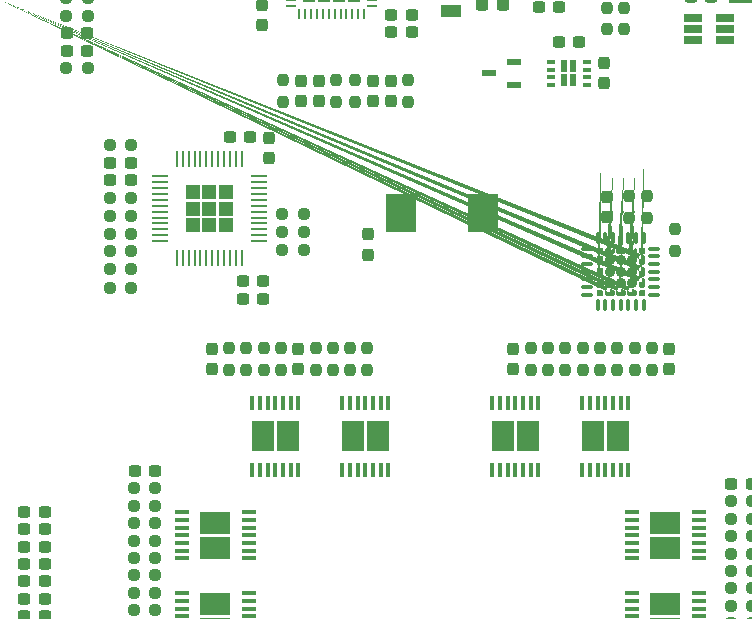
<source format=gtp>
G04 #@! TF.GenerationSoftware,KiCad,Pcbnew,(7.0.0)*
G04 #@! TF.CreationDate,2023-08-22T13:44:59-04:00*
G04 #@! TF.ProjectId,Power Module Rev 5,506f7765-7220-44d6-9f64-756c65205265,rev?*
G04 #@! TF.SameCoordinates,Original*
G04 #@! TF.FileFunction,Paste,Top*
G04 #@! TF.FilePolarity,Positive*
%FSLAX46Y46*%
G04 Gerber Fmt 4.6, Leading zero omitted, Abs format (unit mm)*
G04 Created by KiCad (PCBNEW (7.0.0)) date 2023-08-22 13:44:59*
%MOMM*%
%LPD*%
G01*
G04 APERTURE LIST*
G04 Aperture macros list*
%AMRoundRect*
0 Rectangle with rounded corners*
0 $1 Rounding radius*
0 $2 $3 $4 $5 $6 $7 $8 $9 X,Y pos of 4 corners*
0 Add a 4 corners polygon primitive as box body*
4,1,4,$2,$3,$4,$5,$6,$7,$8,$9,$2,$3,0*
0 Add four circle primitives for the rounded corners*
1,1,$1+$1,$2,$3*
1,1,$1+$1,$4,$5*
1,1,$1+$1,$6,$7*
1,1,$1+$1,$8,$9*
0 Add four rect primitives between the rounded corners*
20,1,$1+$1,$2,$3,$4,$5,0*
20,1,$1+$1,$4,$5,$6,$7,0*
20,1,$1+$1,$6,$7,$8,$9,0*
20,1,$1+$1,$8,$9,$2,$3,0*%
%AMFreePoly0*
4,1,48,0.193769,0.277084,0.210256,0.277084,0.223594,0.267393,0.239272,0.262299,0.248962,0.248962,0.262299,0.239272,0.267393,0.223594,0.277084,0.210256,0.277084,0.193769,0.282178,0.178092,0.282178,-0.091864,0.279582,-0.099852,0.280896,-0.108146,0.269831,-0.129862,0.262299,-0.153044,0.255505,-0.157980,0.251692,-0.165464,0.165464,-0.251692,0.157980,-0.255505,0.153044,-0.262299,
0.129864,-0.269830,0.108147,-0.280896,0.099852,-0.279582,0.091864,-0.282178,-0.178092,-0.282178,-0.193769,-0.277084,-0.210256,-0.277084,-0.223594,-0.267393,-0.239272,-0.262299,-0.248962,-0.248962,-0.262299,-0.239272,-0.267393,-0.223594,-0.277084,-0.210256,-0.277084,-0.193769,-0.282178,-0.178092,-0.282178,0.178092,-0.277084,0.193769,-0.277084,0.210256,-0.267393,0.223594,-0.262299,0.239272,
-0.248962,0.248962,-0.239272,0.262299,-0.223594,0.267393,-0.210256,0.277084,-0.193769,0.277084,-0.178092,0.282178,0.178092,0.282178,0.193769,0.277084,0.193769,0.277084,$1*%
%AMFreePoly1*
4,1,51,0.128495,0.382019,0.130758,0.382626,0.134224,0.381009,0.152922,0.377713,0.167464,0.365510,0.184669,0.357488,0.256709,0.285449,0.259806,0.281025,0.261834,0.279855,0.263141,0.276262,0.274032,0.260710,0.275686,0.241796,0.282179,0.223959,0.282179,-0.223959,0.281241,-0.229277,0.281847,-0.231539,0.280231,-0.235002,0.276935,-0.253701,0.264731,-0.268244,0.256709,-0.285449,
0.184669,-0.357488,0.180246,-0.360584,0.179076,-0.362612,0.175483,-0.363919,0.159930,-0.374810,0.141017,-0.376464,0.123180,-0.382957,-0.195220,-0.382957,-0.206516,-0.380965,-0.210320,-0.381636,-0.213664,-0.379704,-0.224962,-0.377713,-0.242270,-0.363189,-0.261834,-0.351894,-0.264517,-0.344521,-0.270529,-0.339477,-0.274452,-0.317226,-0.282179,-0.295998,-0.282179,0.295998,-0.280187,0.307294,
-0.280858,0.311098,-0.278926,0.314442,-0.276935,0.325740,-0.262411,0.343048,-0.251116,0.362612,-0.243743,0.365295,-0.238699,0.371307,-0.216448,0.375230,-0.195220,0.382957,0.123180,0.382957,0.128495,0.382019,0.128495,0.382019,$1*%
%AMFreePoly2*
4,1,48,0.099852,0.279582,0.108147,0.280896,0.129864,0.269830,0.153044,0.262299,0.157980,0.255505,0.165464,0.251692,0.251692,0.165464,0.255505,0.157980,0.262299,0.153044,0.269831,0.129862,0.280896,0.108146,0.279582,0.099852,0.282178,0.091864,0.282178,-0.178092,0.277084,-0.193769,0.277084,-0.210256,0.267393,-0.223594,0.262299,-0.239272,0.248962,-0.248962,0.239272,-0.262299,
0.223594,-0.267393,0.210256,-0.277084,0.193769,-0.277084,0.178092,-0.282178,-0.178092,-0.282178,-0.193769,-0.277084,-0.210256,-0.277084,-0.223594,-0.267393,-0.239272,-0.262299,-0.248962,-0.248962,-0.262299,-0.239272,-0.267393,-0.223594,-0.277084,-0.210256,-0.277084,-0.193769,-0.282178,-0.178092,-0.282178,0.178092,-0.277084,0.193769,-0.277084,0.210256,-0.267393,0.223594,-0.262299,0.239272,
-0.248962,0.248962,-0.239272,0.262299,-0.223594,0.267393,-0.210256,0.277084,-0.193769,0.277084,-0.178092,0.282178,0.091864,0.282178,0.099852,0.279582,0.099852,0.279582,$1*%
%AMFreePoly3*
4,1,51,0.307294,0.280187,0.311098,0.280858,0.314442,0.278926,0.325740,0.276935,0.343048,0.262411,0.362612,0.251116,0.365295,0.243743,0.371307,0.238699,0.375230,0.216448,0.382957,0.195220,0.382957,-0.123180,0.382019,-0.128495,0.382626,-0.130758,0.381009,-0.134224,0.377713,-0.152922,0.365510,-0.167464,0.357488,-0.184669,0.285449,-0.256709,0.281025,-0.259806,0.279855,-0.261834,
0.276262,-0.263141,0.260710,-0.274032,0.241796,-0.275686,0.223959,-0.282179,-0.223959,-0.282179,-0.229277,-0.281241,-0.231539,-0.281847,-0.235002,-0.280231,-0.253701,-0.276935,-0.268244,-0.264731,-0.285449,-0.256709,-0.357488,-0.184669,-0.360584,-0.180246,-0.362612,-0.179076,-0.363919,-0.175483,-0.374810,-0.159930,-0.376464,-0.141017,-0.382957,-0.123180,-0.382957,0.195220,-0.380965,0.206516,
-0.381636,0.210320,-0.379704,0.213664,-0.377713,0.224962,-0.363189,0.242270,-0.351894,0.261834,-0.344521,0.264517,-0.339477,0.270529,-0.317226,0.274452,-0.295998,0.282179,0.295998,0.282179,0.307294,0.280187,0.307294,0.280187,$1*%
%AMFreePoly4*
4,1,51,0.229275,0.281241,0.231538,0.281848,0.235004,0.280231,0.253701,0.276935,0.268243,0.264731,0.285449,0.256709,0.357488,0.184669,0.360584,0.180246,0.362612,0.179076,0.363919,0.175483,0.374810,0.159930,0.376464,0.141018,0.382957,0.123180,0.382957,-0.195220,0.380965,-0.206516,0.381636,-0.210320,0.379704,-0.213664,0.377713,-0.224962,0.363189,-0.242270,0.351894,-0.261834,
0.344521,-0.264517,0.339477,-0.270529,0.317226,-0.274452,0.295998,-0.282179,-0.295998,-0.282179,-0.307294,-0.280187,-0.311098,-0.280858,-0.314442,-0.278926,-0.325740,-0.276935,-0.343048,-0.262411,-0.362612,-0.251116,-0.365295,-0.243743,-0.371307,-0.238699,-0.375230,-0.216448,-0.382957,-0.195220,-0.382957,0.123180,-0.382019,0.128495,-0.382626,0.130758,-0.381009,0.134224,-0.377713,0.152922,
-0.365510,0.167464,-0.357488,0.184669,-0.285449,0.256709,-0.281025,0.259806,-0.279855,0.261834,-0.276262,0.263141,-0.260710,0.274032,-0.241796,0.275686,-0.223959,0.282179,0.223959,0.282179,0.229275,0.281241,0.229275,0.281241,$1*%
%AMFreePoly5*
4,1,48,0.193769,0.277084,0.210256,0.277084,0.223594,0.267393,0.239272,0.262299,0.248962,0.248962,0.262299,0.239272,0.267393,0.223594,0.277084,0.210256,0.277084,0.193769,0.282178,0.178092,0.282178,-0.178092,0.277084,-0.193769,0.277084,-0.210256,0.267393,-0.223594,0.262299,-0.239272,0.248962,-0.248962,0.239272,-0.262299,0.223594,-0.267393,0.210256,-0.277084,0.193769,-0.277084,
0.178092,-0.282178,-0.091864,-0.282178,-0.099852,-0.279582,-0.108146,-0.280896,-0.129862,-0.269831,-0.153044,-0.262299,-0.157980,-0.255505,-0.165464,-0.251692,-0.251692,-0.165464,-0.255505,-0.157980,-0.262299,-0.153044,-0.269830,-0.129864,-0.280896,-0.108147,-0.279582,-0.099852,-0.282178,-0.091864,-0.282178,0.178092,-0.277084,0.193769,-0.277084,0.210256,-0.267393,0.223594,-0.262299,0.239272,
-0.248962,0.248962,-0.239272,0.262299,-0.223594,0.267393,-0.210256,0.277084,-0.193769,0.277084,-0.178092,0.282178,0.178092,0.282178,0.193769,0.277084,0.193769,0.277084,$1*%
%AMFreePoly6*
4,1,51,0.206516,0.380965,0.210320,0.381636,0.213664,0.379704,0.224962,0.377713,0.242270,0.363189,0.261834,0.351894,0.264517,0.344521,0.270529,0.339477,0.274452,0.317226,0.282179,0.295998,0.282179,-0.295998,0.280187,-0.307294,0.280858,-0.311098,0.278926,-0.314442,0.276935,-0.325740,0.262411,-0.343048,0.251116,-0.362612,0.243743,-0.365295,0.238699,-0.371307,0.216448,-0.375230,
0.195220,-0.382957,-0.123180,-0.382957,-0.128495,-0.382019,-0.130758,-0.382626,-0.134224,-0.381009,-0.152922,-0.377713,-0.167464,-0.365510,-0.184669,-0.357488,-0.256709,-0.285449,-0.259806,-0.281025,-0.261834,-0.279855,-0.263141,-0.276262,-0.274032,-0.260710,-0.275686,-0.241796,-0.282179,-0.223959,-0.282179,0.223959,-0.281241,0.229275,-0.281848,0.231538,-0.280231,0.235004,-0.276935,0.253701,
-0.264731,0.268243,-0.256709,0.285449,-0.184669,0.357488,-0.180246,0.360584,-0.179076,0.362612,-0.175483,0.363919,-0.159930,0.374810,-0.141018,0.376464,-0.123180,0.382957,0.195220,0.382957,0.206516,0.380965,0.206516,0.380965,$1*%
%AMFreePoly7*
4,1,48,0.193769,0.277084,0.210256,0.277084,0.223594,0.267393,0.239272,0.262299,0.248962,0.248962,0.262299,0.239272,0.267393,0.223594,0.277084,0.210256,0.277084,0.193769,0.282178,0.178092,0.282178,-0.178092,0.277084,-0.193769,0.277084,-0.210256,0.267393,-0.223594,0.262299,-0.239272,0.248962,-0.248962,0.239272,-0.262299,0.223594,-0.267393,0.210256,-0.277084,0.193769,-0.277084,
0.178092,-0.282178,-0.178092,-0.282178,-0.193769,-0.277084,-0.210256,-0.277084,-0.223594,-0.267393,-0.239272,-0.262299,-0.248962,-0.248962,-0.262299,-0.239272,-0.267393,-0.223594,-0.277084,-0.210256,-0.277084,-0.193769,-0.282178,-0.178092,-0.282178,0.091864,-0.279582,0.099852,-0.280896,0.108147,-0.269830,0.129864,-0.262299,0.153044,-0.255505,0.157980,-0.251692,0.165464,-0.165464,0.251692,
-0.157980,0.255505,-0.153044,0.262299,-0.129862,0.269831,-0.108146,0.280896,-0.099852,0.279582,-0.091864,0.282178,0.178092,0.282178,0.193769,0.277084,0.193769,0.277084,$1*%
G04 Aperture macros list end*
%ADD10RoundRect,0.237500X-0.300000X-0.237500X0.300000X-0.237500X0.300000X0.237500X-0.300000X0.237500X0*%
%ADD11RoundRect,0.237500X0.237500X-0.250000X0.237500X0.250000X-0.237500X0.250000X-0.237500X-0.250000X0*%
%ADD12RoundRect,0.237500X0.237500X-0.300000X0.237500X0.300000X-0.237500X0.300000X-0.237500X-0.300000X0*%
%ADD13R,1.850000X2.650000*%
%ADD14R,0.450000X1.310000*%
%ADD15RoundRect,0.237500X0.250000X0.237500X-0.250000X0.237500X-0.250000X-0.237500X0.250000X-0.237500X0*%
%ADD16R,0.600000X1.000000*%
%ADD17R,0.650000X0.350000*%
%ADD18RoundRect,0.237500X0.300000X0.237500X-0.300000X0.237500X-0.300000X-0.237500X0.300000X-0.237500X0*%
%ADD19R,0.800000X1.700000*%
%ADD20R,1.300000X1.600000*%
%ADD21R,2.500000X3.300000*%
%ADD22RoundRect,0.237500X-0.250000X-0.237500X0.250000X-0.237500X0.250000X0.237500X-0.250000X0.237500X0*%
%ADD23R,2.650000X1.850000*%
%ADD24R,1.310000X0.450000*%
%ADD25R,1.346200X0.279400*%
%ADD26R,0.279400X1.346200*%
%ADD27RoundRect,0.237500X-0.237500X0.287500X-0.237500X-0.287500X0.237500X-0.287500X0.237500X0.287500X0*%
%ADD28RoundRect,0.150000X0.512500X0.150000X-0.512500X0.150000X-0.512500X-0.150000X0.512500X-0.150000X0*%
%ADD29RoundRect,0.237500X-0.237500X0.250000X-0.237500X-0.250000X0.237500X-0.250000X0.237500X0.250000X0*%
%ADD30R,3.300000X1.200000*%
%ADD31R,0.520000X1.000000*%
%ADD32R,0.270000X1.000000*%
%ADD33O,1.300000X2.300000*%
%ADD34O,1.300000X2.600000*%
%ADD35R,1.000000X2.000000*%
%ADD36RoundRect,0.237500X-0.237500X0.300000X-0.237500X-0.300000X0.237500X-0.300000X0.237500X0.300000X0*%
%ADD37RoundRect,0.250000X0.292217X0.292217X-0.292217X0.292217X-0.292217X-0.292217X0.292217X-0.292217X0*%
%ADD38RoundRect,0.062500X0.375000X0.062500X-0.375000X0.062500X-0.375000X-0.062500X0.375000X-0.062500X0*%
%ADD39RoundRect,0.062500X0.062500X0.375000X-0.062500X0.375000X-0.062500X-0.375000X0.062500X-0.375000X0*%
%ADD40RoundRect,0.012800X0.147200X-0.317200X0.147200X0.317200X-0.147200X0.317200X-0.147200X-0.317200X0*%
%ADD41RoundRect,0.250000X-0.337500X-0.475000X0.337500X-0.475000X0.337500X0.475000X-0.337500X0.475000X0*%
%ADD42RoundRect,0.150000X0.625000X0.150000X-0.625000X0.150000X-0.625000X-0.150000X0.625000X-0.150000X0*%
%ADD43R,1.800000X1.000000*%
%ADD44RoundRect,0.250000X-0.475000X0.337500X-0.475000X-0.337500X0.475000X-0.337500X0.475000X0.337500X0*%
%ADD45FreePoly0,0.000000*%
%ADD46FreePoly1,0.000000*%
%ADD47FreePoly2,0.000000*%
%ADD48FreePoly3,0.000000*%
%ADD49RoundRect,0.191479X-0.191478X-0.191478X0.191478X-0.191478X0.191478X0.191478X-0.191478X0.191478X0*%
%ADD50FreePoly4,0.000000*%
%ADD51FreePoly5,0.000000*%
%ADD52FreePoly6,0.000000*%
%ADD53FreePoly7,0.000000*%
%ADD54RoundRect,0.075000X-0.437500X-0.075000X0.437500X-0.075000X0.437500X0.075000X-0.437500X0.075000X0*%
%ADD55RoundRect,0.075000X-0.075000X-0.437500X0.075000X-0.437500X0.075000X0.437500X-0.075000X0.437500X0*%
%ADD56R,1.560000X0.650000*%
%ADD57R,1.300000X0.600000*%
G04 APERTURE END LIST*
G36*
X109412100Y-86831500D02*
G01*
X108232033Y-86831500D01*
X108232033Y-85651433D01*
X109412100Y-85651433D01*
X109412100Y-86831500D01*
G37*
G36*
X109412100Y-85451434D02*
G01*
X108232033Y-85451434D01*
X108232033Y-84271366D01*
X109412100Y-84271366D01*
X109412100Y-85451434D01*
G37*
G36*
X109412100Y-84071367D02*
G01*
X108232033Y-84071367D01*
X108232033Y-82891300D01*
X109412100Y-82891300D01*
X109412100Y-84071367D01*
G37*
G36*
X108032034Y-86831500D02*
G01*
X106851966Y-86831500D01*
X106851966Y-85651433D01*
X108032034Y-85651433D01*
X108032034Y-86831500D01*
G37*
G36*
X108032034Y-85451434D02*
G01*
X106851966Y-85451434D01*
X106851966Y-84271366D01*
X108032034Y-84271366D01*
X108032034Y-85451434D01*
G37*
G36*
X108032034Y-84071367D02*
G01*
X106851966Y-84071367D01*
X106851966Y-82891300D01*
X108032034Y-82891300D01*
X108032034Y-84071367D01*
G37*
G36*
X106651967Y-86831500D02*
G01*
X105471900Y-86831500D01*
X105471900Y-85651433D01*
X106651967Y-85651433D01*
X106651967Y-86831500D01*
G37*
G36*
X106651967Y-85451434D02*
G01*
X105471900Y-85451434D01*
X105471900Y-84271366D01*
X106651967Y-84271366D01*
X106651967Y-85451434D01*
G37*
G36*
X106651967Y-84071367D02*
G01*
X105471900Y-84071367D01*
X105471900Y-82891300D01*
X106651967Y-82891300D01*
X106651967Y-84071367D01*
G37*
D10*
X116561700Y-56002400D03*
X118286700Y-56002400D03*
D11*
X113513600Y-98499300D03*
X113513600Y-96674300D03*
D12*
X114973600Y-98449300D03*
X114973600Y-96724300D03*
D13*
X142044999Y-104139999D03*
X139894999Y-104139999D03*
D14*
X142919999Y-101289999D03*
X142269999Y-101289999D03*
X141619999Y-101289999D03*
X140969999Y-101294999D03*
X140319999Y-101289999D03*
X139669999Y-101289999D03*
X139019999Y-101289999D03*
X139019999Y-106989999D03*
X139669999Y-106989999D03*
X140319999Y-106989999D03*
X140969999Y-106989999D03*
X141619999Y-106989999D03*
X142269999Y-106989999D03*
X142919999Y-106989999D03*
D15*
X102880000Y-112960000D03*
X101055000Y-112960000D03*
X100838000Y-88468200D03*
X99013000Y-88468200D03*
X102880000Y-120290000D03*
X101055000Y-120290000D03*
X115426985Y-85311700D03*
X113601985Y-85311700D03*
D10*
X160529100Y-110845600D03*
X162254100Y-110845600D03*
D16*
X138272199Y-74003199D03*
X138272199Y-72803199D03*
X137497199Y-74003199D03*
X137497199Y-72803199D03*
D17*
X139434699Y-74378199D03*
X139434699Y-73728199D03*
X139434699Y-73078199D03*
X139434699Y-72428199D03*
X136334699Y-72428199D03*
X136334699Y-73078199D03*
X136334699Y-73728199D03*
X136334699Y-74378199D03*
D15*
X118336700Y-58948800D03*
X116511700Y-58948800D03*
D10*
X135313300Y-67802800D03*
X137038300Y-67802800D03*
D18*
X100788000Y-82455700D03*
X99063000Y-82455700D03*
D11*
X109123600Y-98499300D03*
X109123600Y-96674300D03*
D19*
X146102599Y-56641999D03*
X149502599Y-56641999D03*
D18*
X137838300Y-62875200D03*
X136113300Y-62875200D03*
D10*
X131344500Y-59334400D03*
X133069500Y-59334400D03*
X116561700Y-57480200D03*
X118286700Y-57480200D03*
D20*
X129489199Y-63270399D03*
X129489199Y-59970399D03*
X127489199Y-59970399D03*
X127489199Y-63270399D03*
D10*
X160529100Y-112311600D03*
X162254100Y-112311600D03*
D18*
X97077700Y-65582800D03*
X95352700Y-65582800D03*
X102830000Y-107060000D03*
X101105000Y-107060000D03*
D21*
X123702399Y-85191599D03*
X130602399Y-85201599D03*
D15*
X100838000Y-79508900D03*
X99013000Y-79508900D03*
D11*
X143446868Y-98499300D03*
X143446868Y-96674300D03*
D10*
X113056500Y-59461400D03*
X114781500Y-59461400D03*
D11*
X113700443Y-75816756D03*
X113700443Y-73991756D03*
X134646872Y-98499300D03*
X134646872Y-96674300D03*
X142570200Y-69670300D03*
X142570200Y-67845300D03*
D13*
X114104999Y-104139999D03*
X111954999Y-104139999D03*
D14*
X114979999Y-101289999D03*
X114329999Y-101289999D03*
X113679999Y-101289999D03*
X113029999Y-101294999D03*
X112379999Y-101289999D03*
X111729999Y-101289999D03*
X111079999Y-101289999D03*
X111079999Y-106989999D03*
X111729999Y-106989999D03*
X112379999Y-106989999D03*
X113029999Y-106989999D03*
X113679999Y-106989999D03*
X114329999Y-106989999D03*
X114979999Y-106989999D03*
D22*
X95302700Y-68529200D03*
X97127700Y-68529200D03*
X151589100Y-119948163D03*
X153414100Y-119948163D03*
D15*
X102880000Y-114420000D03*
X101055000Y-114420000D03*
D11*
X116433600Y-98499300D03*
X116433600Y-96674300D03*
D18*
X93496300Y-114950533D03*
X91771300Y-114950533D03*
X124585900Y-69900800D03*
X122860900Y-69900800D03*
D10*
X160529100Y-115243600D03*
X162254100Y-115243600D03*
D15*
X102880000Y-110020000D03*
X101055000Y-110020000D03*
D23*
X146049999Y-120454999D03*
X146049999Y-118304999D03*
D24*
X148899999Y-121329999D03*
X148899999Y-120679999D03*
X148899999Y-120029999D03*
X148894999Y-119379999D03*
X148899999Y-118729999D03*
X148899999Y-118079999D03*
X148899999Y-117429999D03*
X143199999Y-117429999D03*
X143199999Y-118079999D03*
X143199999Y-118729999D03*
X143199999Y-119379999D03*
X143199999Y-120029999D03*
X143199999Y-120679999D03*
X143199999Y-121329999D03*
D22*
X139399000Y-62865000D03*
X141224000Y-62865000D03*
D12*
X120853200Y-88771900D03*
X120853200Y-87046900D03*
D22*
X95302700Y-72948800D03*
X97127700Y-72948800D03*
D18*
X149935100Y-66973400D03*
X148210100Y-66973400D03*
D10*
X151639100Y-108180891D03*
X153364100Y-108180891D03*
D15*
X102880000Y-118830000D03*
X101055000Y-118830000D03*
D11*
X136113538Y-98499300D03*
X136113538Y-96674300D03*
D18*
X97077700Y-64109600D03*
X95352700Y-64109600D03*
X132282100Y-66120800D03*
X130557100Y-66120800D03*
X93496300Y-119340532D03*
X91771300Y-119340532D03*
D25*
X111620299Y-87612092D03*
X111620299Y-87111966D03*
X111620299Y-86611840D03*
X111620299Y-86111714D03*
X111620299Y-85611588D03*
X111620299Y-85111462D03*
X111620299Y-84611336D03*
X111620299Y-84111210D03*
X111620299Y-83611084D03*
X111620299Y-83110958D03*
X111620299Y-82610832D03*
X111620299Y-82110706D03*
D26*
X110192692Y-80683099D03*
X109692566Y-80683099D03*
X109192440Y-80683099D03*
X108692314Y-80683099D03*
X108192188Y-80683099D03*
X107692062Y-80683099D03*
X107191936Y-80683099D03*
X106691810Y-80683099D03*
X106191684Y-80683099D03*
X105691558Y-80683099D03*
X105191432Y-80683099D03*
X104691306Y-80683099D03*
D25*
X103263699Y-82110706D03*
X103263699Y-82610832D03*
X103263699Y-83110958D03*
X103263699Y-83611084D03*
X103263699Y-84111210D03*
X103263699Y-84611336D03*
X103263699Y-85111462D03*
X103263699Y-85611588D03*
X103263699Y-86111714D03*
X103263699Y-86611840D03*
X103263699Y-87111966D03*
X103263699Y-87612092D03*
D26*
X104691306Y-89039699D03*
X105191432Y-89039699D03*
X105691558Y-89039699D03*
X106191684Y-89039699D03*
X106691810Y-89039699D03*
X107191936Y-89039699D03*
X107692062Y-89039699D03*
X108192188Y-89039699D03*
X108692314Y-89039699D03*
X109192440Y-89039699D03*
X109692566Y-89039699D03*
X110192692Y-89039699D03*
D27*
X121234200Y-52490400D03*
X121234200Y-54240400D03*
D22*
X151589100Y-122889981D03*
X153414100Y-122889981D03*
D23*
X107949999Y-111446999D03*
X107949999Y-113596999D03*
D24*
X105099999Y-110571999D03*
X105099999Y-111221999D03*
X105099999Y-111871999D03*
X105104999Y-112521999D03*
X105099999Y-113171999D03*
X105099999Y-113821999D03*
X105099999Y-114471999D03*
X110799999Y-114471999D03*
X110799999Y-113821999D03*
X110799999Y-113171999D03*
X110799999Y-112521999D03*
X110799999Y-111871999D03*
X110799999Y-111221999D03*
X110799999Y-110571999D03*
D10*
X110273785Y-92486500D03*
X111998785Y-92486500D03*
D19*
X139219199Y-56641999D03*
X142619199Y-56641999D03*
D28*
X137713300Y-66278800D03*
X137713300Y-65328800D03*
X137713300Y-64378800D03*
X135438300Y-64378800D03*
X135438300Y-66278800D03*
D10*
X160529100Y-116709600D03*
X162254100Y-116709600D03*
X151639100Y-124360890D03*
X153364100Y-124360890D03*
D11*
X137580204Y-98499300D03*
X137580204Y-96674300D03*
D15*
X115426985Y-86810300D03*
X113601985Y-86810300D03*
D12*
X133180206Y-98449300D03*
X133180206Y-96724300D03*
D29*
X146837400Y-86615900D03*
X146837400Y-88440900D03*
D10*
X137020600Y-70724400D03*
X138745600Y-70724400D03*
D15*
X100838000Y-91541600D03*
X99013000Y-91541600D03*
D22*
X151589100Y-115535436D03*
X153414100Y-115535436D03*
X151589100Y-118477254D03*
X153414100Y-118477254D03*
D30*
X153034999Y-66853399D03*
X153034999Y-63753399D03*
D31*
X109754599Y-55346999D03*
X109004599Y-55346999D03*
D32*
X108404599Y-55346999D03*
X106904599Y-55346999D03*
X105904599Y-55346999D03*
X104904599Y-55346999D03*
D31*
X104304599Y-55346999D03*
X103554599Y-55346999D03*
X103554599Y-55346999D03*
X104304599Y-55346999D03*
D32*
X105404599Y-55346999D03*
X106404599Y-55346999D03*
X107404599Y-55346999D03*
X107904599Y-55346999D03*
D31*
X109004599Y-55346999D03*
X109754599Y-55346999D03*
D33*
X110974599Y-54971999D03*
D34*
X110974599Y-51146999D03*
D35*
X108054599Y-51146999D03*
X105254599Y-51146999D03*
D33*
X102334599Y-54971999D03*
D34*
X102334599Y-51146999D03*
D36*
X140880300Y-72528900D03*
X140880300Y-74253900D03*
D18*
X93496300Y-110560534D03*
X91771300Y-110560534D03*
D15*
X102880000Y-117360000D03*
X101055000Y-117360000D03*
D18*
X93496300Y-112023867D03*
X91771300Y-112023867D03*
D29*
X144475200Y-83798400D03*
X144475200Y-85623400D03*
D18*
X133093800Y-60883800D03*
X131368800Y-60883800D03*
D10*
X160529100Y-118175600D03*
X162254100Y-118175600D03*
D37*
X119709200Y-66829500D03*
X119709200Y-65554500D03*
X119709200Y-64279500D03*
X119709200Y-63004500D03*
X118434200Y-66829500D03*
X118434200Y-65554500D03*
X118434200Y-64279500D03*
X118434200Y-63004500D03*
X117159200Y-66829500D03*
X117159200Y-65554500D03*
X117159200Y-64279500D03*
X117159200Y-63004500D03*
X115884200Y-66829500D03*
X115884200Y-65554500D03*
X115884200Y-64279500D03*
X115884200Y-63004500D03*
D38*
X121234200Y-67667000D03*
X121234200Y-67167000D03*
X121234200Y-66667000D03*
X121234200Y-66167000D03*
X121234200Y-65667000D03*
X121234200Y-65167000D03*
X121234200Y-64667000D03*
X121234200Y-64167000D03*
X121234200Y-63667000D03*
X121234200Y-63167000D03*
X121234200Y-62667000D03*
X121234200Y-62167000D03*
D39*
X120546700Y-61479500D03*
X120046700Y-61479500D03*
X119546700Y-61479500D03*
X119046700Y-61479500D03*
X118546700Y-61479500D03*
X118046700Y-61479500D03*
X117546700Y-61479500D03*
X117046700Y-61479500D03*
X116546700Y-61479500D03*
X116046700Y-61479500D03*
X115546700Y-61479500D03*
X115046700Y-61479500D03*
D38*
X114359200Y-62167000D03*
X114359200Y-62667000D03*
X114359200Y-63167000D03*
X114359200Y-63667000D03*
X114359200Y-64167000D03*
X114359200Y-64667000D03*
X114359200Y-65167000D03*
X114359200Y-65667000D03*
X114359200Y-66167000D03*
X114359200Y-66667000D03*
X114359200Y-67167000D03*
X114359200Y-67667000D03*
D39*
X115046700Y-68354500D03*
X115546700Y-68354500D03*
X116046700Y-68354500D03*
X116546700Y-68354500D03*
X117046700Y-68354500D03*
X117546700Y-68354500D03*
X118046700Y-68354500D03*
X118546700Y-68354500D03*
X119046700Y-68354500D03*
X119546700Y-68354500D03*
X120046700Y-68354500D03*
X120546700Y-68354500D03*
D29*
X141071600Y-67845300D03*
X141071600Y-69670300D03*
D22*
X139320900Y-59359800D03*
X141145900Y-59359800D03*
D36*
X121271643Y-74041756D03*
X121271643Y-75766756D03*
D15*
X102880000Y-115880000D03*
X101055000Y-115880000D03*
D18*
X133093800Y-62368600D03*
X131368800Y-62368600D03*
D36*
X141097000Y-83848400D03*
X141097000Y-85573400D03*
D11*
X119761000Y-54300400D03*
X119761000Y-52475400D03*
X140513536Y-98499300D03*
X140513536Y-96674300D03*
D29*
X142951200Y-83798400D03*
X142951200Y-85623400D03*
D12*
X107653600Y-98449300D03*
X107653600Y-96724300D03*
D22*
X108690400Y-58826400D03*
X110515400Y-58826400D03*
X151589100Y-117006345D03*
X153414100Y-117006345D03*
D15*
X100838000Y-85471000D03*
X99013000Y-85471000D03*
X115426985Y-88359700D03*
X113601985Y-88359700D03*
D18*
X97077700Y-71475600D03*
X95352700Y-71475600D03*
D22*
X151589100Y-114064527D03*
X153414100Y-114064527D03*
D11*
X119363600Y-98499300D03*
X119363600Y-96674300D03*
D36*
X115175643Y-74041756D03*
X115175643Y-75766756D03*
D11*
X144913534Y-98499300D03*
X144913534Y-96674300D03*
D15*
X102880000Y-121750000D03*
X101055000Y-121750000D03*
D40*
X141642400Y-65784400D03*
X142142400Y-65784400D03*
X142642400Y-65784400D03*
X143142400Y-65784400D03*
X143142400Y-64314400D03*
X142642400Y-64314400D03*
X142142400Y-64314400D03*
X141642400Y-64314400D03*
D22*
X151589100Y-112593618D03*
X153414100Y-112593618D03*
D15*
X105054400Y-58826400D03*
X103229400Y-58826400D03*
D41*
X155172500Y-74231600D03*
X157247500Y-74231600D03*
D22*
X95302700Y-67056000D03*
X97127700Y-67056000D03*
D36*
X112457085Y-78887700D03*
X112457085Y-80612700D03*
X116699643Y-74041756D03*
X116699643Y-75766756D03*
D12*
X111861600Y-69340900D03*
X111861600Y-67615900D03*
D11*
X110583600Y-98499300D03*
X110583600Y-96674300D03*
X120823600Y-98499300D03*
X120823600Y-96674300D03*
D15*
X102880000Y-108540000D03*
X101055000Y-108540000D03*
D18*
X102830000Y-123230000D03*
X101105000Y-123230000D03*
D42*
X136126600Y-57708800D03*
X136126600Y-56438800D03*
X136126600Y-55168800D03*
X136126600Y-53898800D03*
X130776600Y-53898800D03*
X130776600Y-55168800D03*
X130776600Y-56438800D03*
X130776600Y-57708800D03*
D22*
X95302700Y-62636400D03*
X97127700Y-62636400D03*
D43*
X127888999Y-65628199D03*
X127888999Y-68128199D03*
D10*
X160529100Y-113777600D03*
X162254100Y-113777600D03*
D18*
X132282100Y-67589400D03*
X130557100Y-67589400D03*
D11*
X112043600Y-98499300D03*
X112043600Y-96674300D03*
D22*
X151589100Y-121419072D03*
X153414100Y-121419072D03*
D23*
X107949999Y-118304999D03*
X107949999Y-120454999D03*
D24*
X105099999Y-117429999D03*
X105099999Y-118079999D03*
X105099999Y-118729999D03*
X105104999Y-119379999D03*
X105099999Y-120029999D03*
X105099999Y-120679999D03*
X105099999Y-121329999D03*
X110799999Y-121329999D03*
X110799999Y-120679999D03*
X110799999Y-120029999D03*
X110799999Y-119379999D03*
X110799999Y-118729999D03*
X110799999Y-118079999D03*
X110799999Y-117429999D03*
D22*
X151589100Y-109651800D03*
X153414100Y-109651800D03*
D15*
X102880000Y-111490000D03*
X101055000Y-111490000D03*
X100838000Y-86969600D03*
X99013000Y-86969600D03*
D10*
X110273785Y-91001300D03*
X111998785Y-91001300D03*
D41*
X155172500Y-72263000D03*
X157247500Y-72263000D03*
D11*
X124268843Y-75816756D03*
X124268843Y-73991756D03*
D36*
X122795643Y-74041756D03*
X122795643Y-75766756D03*
D22*
X151589100Y-111122709D03*
X153414100Y-111122709D03*
D11*
X118165243Y-75816756D03*
X118165243Y-73991756D03*
D18*
X124585900Y-68427600D03*
X122860900Y-68427600D03*
D15*
X100838000Y-89992200D03*
X99013000Y-89992200D03*
D44*
X146354800Y-63745900D03*
X146354800Y-65820900D03*
D15*
X101623500Y-57556400D03*
X99798500Y-57556400D03*
D11*
X117893600Y-98499300D03*
X117893600Y-96674300D03*
D18*
X100788000Y-80982100D03*
X99063000Y-80982100D03*
D15*
X100838000Y-83921600D03*
X99013000Y-83921600D03*
D12*
X146380200Y-98449300D03*
X146380200Y-96724300D03*
D18*
X97077700Y-70002400D03*
X95352700Y-70002400D03*
D13*
X121724999Y-104139999D03*
X119574999Y-104139999D03*
D14*
X122599999Y-101289999D03*
X121949999Y-101289999D03*
X121299999Y-101289999D03*
X120649999Y-101294999D03*
X119999999Y-101289999D03*
X119349999Y-101289999D03*
X118699999Y-101289999D03*
X118699999Y-106989999D03*
X119349999Y-106989999D03*
X119999999Y-106989999D03*
X120649999Y-106989999D03*
X121299999Y-106989999D03*
X121949999Y-106989999D03*
X122599999Y-106989999D03*
D11*
X139046870Y-98499300D03*
X139046870Y-96674300D03*
D18*
X93496300Y-116413866D03*
X91771300Y-116413866D03*
D45*
X140500400Y-88419800D03*
D46*
X140500400Y-89244800D03*
X140500400Y-90194800D03*
X140500400Y-91144800D03*
D47*
X140500400Y-91969800D03*
D48*
X141325400Y-88419800D03*
D49*
X141325400Y-89244800D03*
X141325400Y-90194800D03*
X141325400Y-91144800D03*
D50*
X141325400Y-91969800D03*
D48*
X142275400Y-88419800D03*
D49*
X142275400Y-89244800D03*
X142275400Y-90194800D03*
X142275400Y-91144800D03*
D50*
X142275400Y-91969800D03*
D48*
X143225400Y-88419800D03*
D49*
X143225400Y-89244800D03*
X143225400Y-90194800D03*
X143225400Y-91144800D03*
D50*
X143225400Y-91969800D03*
D51*
X144050400Y-88419800D03*
D52*
X144050400Y-89244800D03*
X144050400Y-90194800D03*
X144050400Y-91144800D03*
D53*
X144050400Y-91969800D03*
D54*
X139437900Y-88244800D03*
X139437900Y-88894800D03*
X139437900Y-89544800D03*
X139437900Y-90194800D03*
X139437900Y-90844800D03*
X139437900Y-91494800D03*
X139437900Y-92144800D03*
D55*
X140325400Y-93032300D03*
X140975400Y-93032300D03*
X141625400Y-93032300D03*
X142275400Y-93032300D03*
X142925400Y-93032300D03*
X143575400Y-93032300D03*
X144225400Y-93032300D03*
D54*
X145112900Y-92144800D03*
X145112900Y-91494800D03*
X145112900Y-90844800D03*
X145112900Y-90194800D03*
X145112900Y-89544800D03*
X145112900Y-88894800D03*
X145112900Y-88244800D03*
D55*
X144225400Y-87357300D03*
X143575400Y-87357300D03*
X142925400Y-87357300D03*
X142275400Y-87357300D03*
X141625400Y-87357300D03*
X140975400Y-87357300D03*
X140325400Y-87357300D03*
D11*
X141980202Y-98499300D03*
X141980202Y-96674300D03*
D56*
X148429999Y-68711999D03*
X148429999Y-69661999D03*
X148429999Y-70611999D03*
X151129999Y-70611999D03*
X151129999Y-69661999D03*
X151129999Y-68711999D03*
D57*
X133206199Y-74353199D03*
X133206199Y-72453199D03*
X131106199Y-73403199D03*
D18*
X93496300Y-117877199D03*
X91771300Y-117877199D03*
D11*
X119791643Y-75816756D03*
X119791643Y-73991756D03*
D13*
X134424999Y-104139999D03*
X132274999Y-104139999D03*
D14*
X135299999Y-101289999D03*
X134649999Y-101289999D03*
X133999999Y-101289999D03*
X133349999Y-101294999D03*
X132699999Y-101289999D03*
X132049999Y-101289999D03*
X131399999Y-101289999D03*
X131399999Y-106989999D03*
X132049999Y-106989999D03*
X132699999Y-106989999D03*
X133349999Y-106989999D03*
X133999999Y-106989999D03*
X134649999Y-106989999D03*
X135299999Y-106989999D03*
D18*
X110882285Y-78834700D03*
X109157285Y-78834700D03*
D23*
X146049999Y-113596999D03*
X146049999Y-111446999D03*
D24*
X148899999Y-114471999D03*
X148899999Y-113821999D03*
X148899999Y-113171999D03*
X148894999Y-112521999D03*
X148899999Y-111871999D03*
X148899999Y-111221999D03*
X148899999Y-110571999D03*
X143199999Y-110571999D03*
X143199999Y-111221999D03*
X143199999Y-111871999D03*
X143199999Y-112521999D03*
X143199999Y-113171999D03*
X143199999Y-113821999D03*
X143199999Y-114471999D03*
D18*
X93496300Y-113487200D03*
X91771300Y-113487200D03*
M02*

</source>
